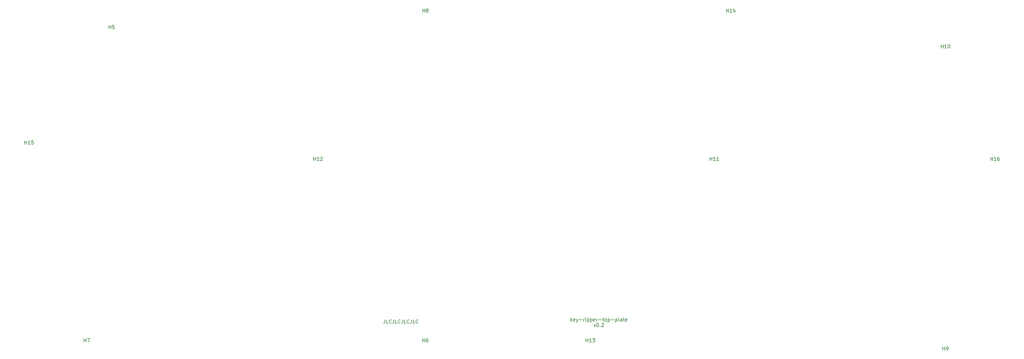
<source format=gto>
G04 #@! TF.GenerationSoftware,KiCad,Pcbnew,(6.0.5-0)*
G04 #@! TF.CreationDate,2022-08-17T23:37:01+09:00*
G04 #@! TF.ProjectId,top-plate,746f702d-706c-4617-9465-2e6b69636164,rev?*
G04 #@! TF.SameCoordinates,Original*
G04 #@! TF.FileFunction,Legend,Top*
G04 #@! TF.FilePolarity,Positive*
%FSLAX46Y46*%
G04 Gerber Fmt 4.6, Leading zero omitted, Abs format (unit mm)*
G04 Created by KiCad (PCBNEW (6.0.5-0)) date 2022-08-17 23:37:01*
%MOMM*%
%LPD*%
G01*
G04 APERTURE LIST*
%ADD10C,0.150000*%
%ADD11C,2.200000*%
G04 APERTURE END LIST*
D10*
X177704761Y-117447380D02*
X177704761Y-116447380D01*
X177800000Y-117066428D02*
X178085714Y-117447380D01*
X178085714Y-116780714D02*
X177704761Y-117161666D01*
X178895238Y-117399761D02*
X178800000Y-117447380D01*
X178609523Y-117447380D01*
X178514285Y-117399761D01*
X178466666Y-117304523D01*
X178466666Y-116923571D01*
X178514285Y-116828333D01*
X178609523Y-116780714D01*
X178800000Y-116780714D01*
X178895238Y-116828333D01*
X178942857Y-116923571D01*
X178942857Y-117018809D01*
X178466666Y-117114047D01*
X179276190Y-116780714D02*
X179514285Y-117447380D01*
X179752380Y-116780714D02*
X179514285Y-117447380D01*
X179419047Y-117685476D01*
X179371428Y-117733095D01*
X179276190Y-117780714D01*
X180133333Y-117066428D02*
X180895238Y-117066428D01*
X181371428Y-117447380D02*
X181371428Y-116780714D01*
X181371428Y-116971190D02*
X181419047Y-116875952D01*
X181466666Y-116828333D01*
X181561904Y-116780714D01*
X181657142Y-116780714D01*
X181990476Y-117447380D02*
X181990476Y-116780714D01*
X181990476Y-116447380D02*
X181942857Y-116495000D01*
X181990476Y-116542619D01*
X182038095Y-116495000D01*
X181990476Y-116447380D01*
X181990476Y-116542619D01*
X182466666Y-116780714D02*
X182466666Y-117780714D01*
X182466666Y-116828333D02*
X182561904Y-116780714D01*
X182752380Y-116780714D01*
X182847619Y-116828333D01*
X182895238Y-116875952D01*
X182942857Y-116971190D01*
X182942857Y-117256904D01*
X182895238Y-117352142D01*
X182847619Y-117399761D01*
X182752380Y-117447380D01*
X182561904Y-117447380D01*
X182466666Y-117399761D01*
X183371428Y-116780714D02*
X183371428Y-117780714D01*
X183371428Y-116828333D02*
X183466666Y-116780714D01*
X183657142Y-116780714D01*
X183752380Y-116828333D01*
X183800000Y-116875952D01*
X183847619Y-116971190D01*
X183847619Y-117256904D01*
X183800000Y-117352142D01*
X183752380Y-117399761D01*
X183657142Y-117447380D01*
X183466666Y-117447380D01*
X183371428Y-117399761D01*
X184657142Y-117399761D02*
X184561904Y-117447380D01*
X184371428Y-117447380D01*
X184276190Y-117399761D01*
X184228571Y-117304523D01*
X184228571Y-116923571D01*
X184276190Y-116828333D01*
X184371428Y-116780714D01*
X184561904Y-116780714D01*
X184657142Y-116828333D01*
X184704761Y-116923571D01*
X184704761Y-117018809D01*
X184228571Y-117114047D01*
X185133333Y-117447380D02*
X185133333Y-116780714D01*
X185133333Y-116971190D02*
X185180952Y-116875952D01*
X185228571Y-116828333D01*
X185323809Y-116780714D01*
X185419047Y-116780714D01*
X185752380Y-117066428D02*
X186514285Y-117066428D01*
X186847619Y-116780714D02*
X187228571Y-116780714D01*
X186990476Y-116447380D02*
X186990476Y-117304523D01*
X187038095Y-117399761D01*
X187133333Y-117447380D01*
X187228571Y-117447380D01*
X187704761Y-117447380D02*
X187609523Y-117399761D01*
X187561904Y-117352142D01*
X187514285Y-117256904D01*
X187514285Y-116971190D01*
X187561904Y-116875952D01*
X187609523Y-116828333D01*
X187704761Y-116780714D01*
X187847619Y-116780714D01*
X187942857Y-116828333D01*
X187990476Y-116875952D01*
X188038095Y-116971190D01*
X188038095Y-117256904D01*
X187990476Y-117352142D01*
X187942857Y-117399761D01*
X187847619Y-117447380D01*
X187704761Y-117447380D01*
X188466666Y-116780714D02*
X188466666Y-117780714D01*
X188466666Y-116828333D02*
X188561904Y-116780714D01*
X188752380Y-116780714D01*
X188847619Y-116828333D01*
X188895238Y-116875952D01*
X188942857Y-116971190D01*
X188942857Y-117256904D01*
X188895238Y-117352142D01*
X188847619Y-117399761D01*
X188752380Y-117447380D01*
X188561904Y-117447380D01*
X188466666Y-117399761D01*
X189371428Y-117066428D02*
X190133333Y-117066428D01*
X190609523Y-116780714D02*
X190609523Y-117780714D01*
X190609523Y-116828333D02*
X190704761Y-116780714D01*
X190895238Y-116780714D01*
X190990476Y-116828333D01*
X191038095Y-116875952D01*
X191085714Y-116971190D01*
X191085714Y-117256904D01*
X191038095Y-117352142D01*
X190990476Y-117399761D01*
X190895238Y-117447380D01*
X190704761Y-117447380D01*
X190609523Y-117399761D01*
X191657142Y-117447380D02*
X191561904Y-117399761D01*
X191514285Y-117304523D01*
X191514285Y-116447380D01*
X192466666Y-117447380D02*
X192466666Y-116923571D01*
X192419047Y-116828333D01*
X192323809Y-116780714D01*
X192133333Y-116780714D01*
X192038095Y-116828333D01*
X192466666Y-117399761D02*
X192371428Y-117447380D01*
X192133333Y-117447380D01*
X192038095Y-117399761D01*
X191990476Y-117304523D01*
X191990476Y-117209285D01*
X192038095Y-117114047D01*
X192133333Y-117066428D01*
X192371428Y-117066428D01*
X192466666Y-117018809D01*
X192800000Y-116780714D02*
X193180952Y-116780714D01*
X192942857Y-116447380D02*
X192942857Y-117304523D01*
X192990476Y-117399761D01*
X193085714Y-117447380D01*
X193180952Y-117447380D01*
X193895238Y-117399761D02*
X193800000Y-117447380D01*
X193609523Y-117447380D01*
X193514285Y-117399761D01*
X193466666Y-117304523D01*
X193466666Y-116923571D01*
X193514285Y-116828333D01*
X193609523Y-116780714D01*
X193800000Y-116780714D01*
X193895238Y-116828333D01*
X193942857Y-116923571D01*
X193942857Y-117018809D01*
X193466666Y-117114047D01*
X184371428Y-118390714D02*
X184609523Y-119057380D01*
X184847619Y-118390714D01*
X185419047Y-118057380D02*
X185514285Y-118057380D01*
X185609523Y-118105000D01*
X185657142Y-118152619D01*
X185704761Y-118247857D01*
X185752380Y-118438333D01*
X185752380Y-118676428D01*
X185704761Y-118866904D01*
X185657142Y-118962142D01*
X185609523Y-119009761D01*
X185514285Y-119057380D01*
X185419047Y-119057380D01*
X185323809Y-119009761D01*
X185276190Y-118962142D01*
X185228571Y-118866904D01*
X185180952Y-118676428D01*
X185180952Y-118438333D01*
X185228571Y-118247857D01*
X185276190Y-118152619D01*
X185323809Y-118105000D01*
X185419047Y-118057380D01*
X186180952Y-118962142D02*
X186228571Y-119009761D01*
X186180952Y-119057380D01*
X186133333Y-119009761D01*
X186180952Y-118962142D01*
X186180952Y-119057380D01*
X186609523Y-118152619D02*
X186657142Y-118105000D01*
X186752380Y-118057380D01*
X186990476Y-118057380D01*
X187085714Y-118105000D01*
X187133333Y-118152619D01*
X187180952Y-118247857D01*
X187180952Y-118343095D01*
X187133333Y-118485952D01*
X186561904Y-119057380D01*
X187180952Y-119057380D01*
X124080952Y-117052380D02*
X124080952Y-117766666D01*
X124033333Y-117909523D01*
X123938095Y-118004761D01*
X123795238Y-118052380D01*
X123700000Y-118052380D01*
X125033333Y-118052380D02*
X124557142Y-118052380D01*
X124557142Y-117052380D01*
X125938095Y-117957142D02*
X125890476Y-118004761D01*
X125747619Y-118052380D01*
X125652380Y-118052380D01*
X125509523Y-118004761D01*
X125414285Y-117909523D01*
X125366666Y-117814285D01*
X125319047Y-117623809D01*
X125319047Y-117480952D01*
X125366666Y-117290476D01*
X125414285Y-117195238D01*
X125509523Y-117100000D01*
X125652380Y-117052380D01*
X125747619Y-117052380D01*
X125890476Y-117100000D01*
X125938095Y-117147619D01*
X126652380Y-117052380D02*
X126652380Y-117766666D01*
X126604761Y-117909523D01*
X126509523Y-118004761D01*
X126366666Y-118052380D01*
X126271428Y-118052380D01*
X127604761Y-118052380D02*
X127128571Y-118052380D01*
X127128571Y-117052380D01*
X128509523Y-117957142D02*
X128461904Y-118004761D01*
X128319047Y-118052380D01*
X128223809Y-118052380D01*
X128080952Y-118004761D01*
X127985714Y-117909523D01*
X127938095Y-117814285D01*
X127890476Y-117623809D01*
X127890476Y-117480952D01*
X127938095Y-117290476D01*
X127985714Y-117195238D01*
X128080952Y-117100000D01*
X128223809Y-117052380D01*
X128319047Y-117052380D01*
X128461904Y-117100000D01*
X128509523Y-117147619D01*
X129223809Y-117052380D02*
X129223809Y-117766666D01*
X129176190Y-117909523D01*
X129080952Y-118004761D01*
X128938095Y-118052380D01*
X128842857Y-118052380D01*
X130176190Y-118052380D02*
X129700000Y-118052380D01*
X129700000Y-117052380D01*
X131080952Y-117957142D02*
X131033333Y-118004761D01*
X130890476Y-118052380D01*
X130795238Y-118052380D01*
X130652380Y-118004761D01*
X130557142Y-117909523D01*
X130509523Y-117814285D01*
X130461904Y-117623809D01*
X130461904Y-117480952D01*
X130509523Y-117290476D01*
X130557142Y-117195238D01*
X130652380Y-117100000D01*
X130795238Y-117052380D01*
X130890476Y-117052380D01*
X131033333Y-117100000D01*
X131080952Y-117147619D01*
X131795238Y-117052380D02*
X131795238Y-117766666D01*
X131747619Y-117909523D01*
X131652380Y-118004761D01*
X131509523Y-118052380D01*
X131414285Y-118052380D01*
X132747619Y-118052380D02*
X132271428Y-118052380D01*
X132271428Y-117052380D01*
X133652380Y-117957142D02*
X133604761Y-118004761D01*
X133461904Y-118052380D01*
X133366666Y-118052380D01*
X133223809Y-118004761D01*
X133128571Y-117909523D01*
X133080952Y-117814285D01*
X133033333Y-117623809D01*
X133033333Y-117480952D01*
X133080952Y-117290476D01*
X133128571Y-117195238D01*
X133223809Y-117100000D01*
X133366666Y-117052380D01*
X133461904Y-117052380D01*
X133604761Y-117100000D01*
X133652380Y-117147619D01*
X103536904Y-71071130D02*
X103536904Y-70071130D01*
X103536904Y-70547321D02*
X104108333Y-70547321D01*
X104108333Y-71071130D02*
X104108333Y-70071130D01*
X105108333Y-71071130D02*
X104536904Y-71071130D01*
X104822619Y-71071130D02*
X104822619Y-70071130D01*
X104727380Y-70213988D01*
X104632142Y-70309226D01*
X104536904Y-70356845D01*
X105489285Y-70166369D02*
X105536904Y-70118750D01*
X105632142Y-70071130D01*
X105870238Y-70071130D01*
X105965476Y-70118750D01*
X106013095Y-70166369D01*
X106060714Y-70261607D01*
X106060714Y-70356845D01*
X106013095Y-70499702D01*
X105441666Y-71071130D01*
X106060714Y-71071130D01*
X134969345Y-123458630D02*
X134969345Y-122458630D01*
X134969345Y-122934821D02*
X135540773Y-122934821D01*
X135540773Y-123458630D02*
X135540773Y-122458630D01*
X136445535Y-122458630D02*
X136255059Y-122458630D01*
X136159821Y-122506250D01*
X136112202Y-122553869D01*
X136016964Y-122696726D01*
X135969345Y-122887202D01*
X135969345Y-123268154D01*
X136016964Y-123363392D01*
X136064583Y-123411011D01*
X136159821Y-123458630D01*
X136350297Y-123458630D01*
X136445535Y-123411011D01*
X136493154Y-123363392D01*
X136540773Y-123268154D01*
X136540773Y-123030059D01*
X136493154Y-122934821D01*
X136445535Y-122887202D01*
X136350297Y-122839583D01*
X136159821Y-122839583D01*
X136064583Y-122887202D01*
X136016964Y-122934821D01*
X135969345Y-123030059D01*
X222599404Y-28208630D02*
X222599404Y-27208630D01*
X222599404Y-27684821D02*
X223170833Y-27684821D01*
X223170833Y-28208630D02*
X223170833Y-27208630D01*
X224170833Y-28208630D02*
X223599404Y-28208630D01*
X223885119Y-28208630D02*
X223885119Y-27208630D01*
X223789880Y-27351488D01*
X223694642Y-27446726D01*
X223599404Y-27494345D01*
X225027976Y-27541964D02*
X225027976Y-28208630D01*
X224789880Y-27161011D02*
X224551785Y-27875297D01*
X225170833Y-27875297D01*
X298799404Y-71071130D02*
X298799404Y-70071130D01*
X298799404Y-70547321D02*
X299370833Y-70547321D01*
X299370833Y-71071130D02*
X299370833Y-70071130D01*
X300370833Y-71071130D02*
X299799404Y-71071130D01*
X300085119Y-71071130D02*
X300085119Y-70071130D01*
X299989880Y-70213988D01*
X299894642Y-70309226D01*
X299799404Y-70356845D01*
X301227976Y-70071130D02*
X301037500Y-70071130D01*
X300942261Y-70118750D01*
X300894642Y-70166369D01*
X300799404Y-70309226D01*
X300751785Y-70499702D01*
X300751785Y-70880654D01*
X300799404Y-70975892D01*
X300847023Y-71023511D01*
X300942261Y-71071130D01*
X301132738Y-71071130D01*
X301227976Y-71023511D01*
X301275595Y-70975892D01*
X301323214Y-70880654D01*
X301323214Y-70642559D01*
X301275595Y-70547321D01*
X301227976Y-70499702D01*
X301132738Y-70452083D01*
X300942261Y-70452083D01*
X300847023Y-70499702D01*
X300799404Y-70547321D01*
X300751785Y-70642559D01*
X20193154Y-66308630D02*
X20193154Y-65308630D01*
X20193154Y-65784821D02*
X20764583Y-65784821D01*
X20764583Y-66308630D02*
X20764583Y-65308630D01*
X21764583Y-66308630D02*
X21193154Y-66308630D01*
X21478869Y-66308630D02*
X21478869Y-65308630D01*
X21383630Y-65451488D01*
X21288392Y-65546726D01*
X21193154Y-65594345D01*
X22669345Y-65308630D02*
X22193154Y-65308630D01*
X22145535Y-65784821D01*
X22193154Y-65737202D01*
X22288392Y-65689583D01*
X22526488Y-65689583D01*
X22621726Y-65737202D01*
X22669345Y-65784821D01*
X22716964Y-65880059D01*
X22716964Y-66118154D01*
X22669345Y-66213392D01*
X22621726Y-66261011D01*
X22526488Y-66308630D01*
X22288392Y-66308630D01*
X22193154Y-66261011D01*
X22145535Y-66213392D01*
X284511904Y-38552380D02*
X284511904Y-37552380D01*
X284511904Y-38028571D02*
X285083333Y-38028571D01*
X285083333Y-38552380D02*
X285083333Y-37552380D01*
X286083333Y-38552380D02*
X285511904Y-38552380D01*
X285797619Y-38552380D02*
X285797619Y-37552380D01*
X285702380Y-37695238D01*
X285607142Y-37790476D01*
X285511904Y-37838095D01*
X286702380Y-37552380D02*
X286797619Y-37552380D01*
X286892857Y-37600000D01*
X286940476Y-37647619D01*
X286988095Y-37742857D01*
X287035714Y-37933333D01*
X287035714Y-38171428D01*
X286988095Y-38361904D01*
X286940476Y-38457142D01*
X286892857Y-38504761D01*
X286797619Y-38552380D01*
X286702380Y-38552380D01*
X286607142Y-38504761D01*
X286559523Y-38457142D01*
X286511904Y-38361904D01*
X286464285Y-38171428D01*
X286464285Y-37933333D01*
X286511904Y-37742857D01*
X286559523Y-37647619D01*
X286607142Y-37600000D01*
X286702380Y-37552380D01*
X284988095Y-125839880D02*
X284988095Y-124839880D01*
X284988095Y-125316071D02*
X285559523Y-125316071D01*
X285559523Y-125839880D02*
X285559523Y-124839880D01*
X286083333Y-125839880D02*
X286273809Y-125839880D01*
X286369047Y-125792261D01*
X286416666Y-125744642D01*
X286511904Y-125601785D01*
X286559523Y-125411309D01*
X286559523Y-125030357D01*
X286511904Y-124935119D01*
X286464285Y-124887500D01*
X286369047Y-124839880D01*
X286178571Y-124839880D01*
X286083333Y-124887500D01*
X286035714Y-124935119D01*
X285988095Y-125030357D01*
X285988095Y-125268452D01*
X286035714Y-125363690D01*
X286083333Y-125411309D01*
X286178571Y-125458928D01*
X286369047Y-125458928D01*
X286464285Y-125411309D01*
X286511904Y-125363690D01*
X286559523Y-125268452D01*
X217836904Y-71071130D02*
X217836904Y-70071130D01*
X217836904Y-70547321D02*
X218408333Y-70547321D01*
X218408333Y-71071130D02*
X218408333Y-70071130D01*
X219408333Y-71071130D02*
X218836904Y-71071130D01*
X219122619Y-71071130D02*
X219122619Y-70071130D01*
X219027380Y-70213988D01*
X218932142Y-70309226D01*
X218836904Y-70356845D01*
X220360714Y-71071130D02*
X219789285Y-71071130D01*
X220075000Y-71071130D02*
X220075000Y-70071130D01*
X219979761Y-70213988D01*
X219884523Y-70309226D01*
X219789285Y-70356845D01*
X182118154Y-123458630D02*
X182118154Y-122458630D01*
X182118154Y-122934821D02*
X182689583Y-122934821D01*
X182689583Y-123458630D02*
X182689583Y-122458630D01*
X183689583Y-123458630D02*
X183118154Y-123458630D01*
X183403869Y-123458630D02*
X183403869Y-122458630D01*
X183308630Y-122601488D01*
X183213392Y-122696726D01*
X183118154Y-122744345D01*
X184022916Y-122458630D02*
X184641964Y-122458630D01*
X184308630Y-122839583D01*
X184451488Y-122839583D01*
X184546726Y-122887202D01*
X184594345Y-122934821D01*
X184641964Y-123030059D01*
X184641964Y-123268154D01*
X184594345Y-123363392D01*
X184546726Y-123411011D01*
X184451488Y-123458630D01*
X184165773Y-123458630D01*
X184070535Y-123411011D01*
X184022916Y-123363392D01*
X37338095Y-123458630D02*
X37338095Y-122458630D01*
X37338095Y-122934821D02*
X37909523Y-122934821D01*
X37909523Y-123458630D02*
X37909523Y-122458630D01*
X38290476Y-122458630D02*
X38957142Y-122458630D01*
X38528571Y-123458630D01*
X44481845Y-32971130D02*
X44481845Y-31971130D01*
X44481845Y-32447321D02*
X45053273Y-32447321D01*
X45053273Y-32971130D02*
X45053273Y-31971130D01*
X46005654Y-31971130D02*
X45529464Y-31971130D01*
X45481845Y-32447321D01*
X45529464Y-32399702D01*
X45624702Y-32352083D01*
X45862797Y-32352083D01*
X45958035Y-32399702D01*
X46005654Y-32447321D01*
X46053273Y-32542559D01*
X46053273Y-32780654D01*
X46005654Y-32875892D01*
X45958035Y-32923511D01*
X45862797Y-32971130D01*
X45624702Y-32971130D01*
X45529464Y-32923511D01*
X45481845Y-32875892D01*
X134969345Y-28208630D02*
X134969345Y-27208630D01*
X134969345Y-27684821D02*
X135540773Y-27684821D01*
X135540773Y-28208630D02*
X135540773Y-27208630D01*
X136159821Y-27637202D02*
X136064583Y-27589583D01*
X136016964Y-27541964D01*
X135969345Y-27446726D01*
X135969345Y-27399107D01*
X136016964Y-27303869D01*
X136064583Y-27256250D01*
X136159821Y-27208630D01*
X136350297Y-27208630D01*
X136445535Y-27256250D01*
X136493154Y-27303869D01*
X136540773Y-27399107D01*
X136540773Y-27446726D01*
X136493154Y-27541964D01*
X136445535Y-27589583D01*
X136350297Y-27637202D01*
X136159821Y-27637202D01*
X136064583Y-27684821D01*
X136016964Y-27732440D01*
X135969345Y-27827678D01*
X135969345Y-28018154D01*
X136016964Y-28113392D01*
X136064583Y-28161011D01*
X136159821Y-28208630D01*
X136350297Y-28208630D01*
X136445535Y-28161011D01*
X136493154Y-28113392D01*
X136540773Y-28018154D01*
X136540773Y-27827678D01*
X136493154Y-27732440D01*
X136445535Y-27684821D01*
X136350297Y-27637202D01*
%LPC*%
D11*
X104775000Y-73818750D03*
X135731250Y-126206250D03*
X223837500Y-30956250D03*
X300037500Y-73818750D03*
X21431250Y-69056250D03*
X285750000Y-33337500D03*
X285750000Y-128587500D03*
X219075000Y-73818750D03*
X183356250Y-126206250D03*
X38100000Y-126206250D03*
X45243750Y-35718750D03*
X135731250Y-30956250D03*
M02*

</source>
